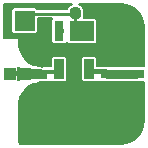
<source format=gbr>
G04 #@! TF.GenerationSoftware,KiCad,Pcbnew,(5.1.5-0-10_14)*
G04 #@! TF.CreationDate,2021-08-12T20:57:37-06:00*
G04 #@! TF.ProjectId,bias_T_launch,62696173-5f54-45f6-9c61-756e63682e6b,rev?*
G04 #@! TF.SameCoordinates,Original*
G04 #@! TF.FileFunction,Copper,L1,Top*
G04 #@! TF.FilePolarity,Positive*
%FSLAX46Y46*%
G04 Gerber Fmt 4.6, Leading zero omitted, Abs format (unit mm)*
G04 Created by KiCad (PCBNEW (5.1.5-0-10_14)) date 2021-08-12 20:57:37*
%MOMM*%
%LPD*%
G04 APERTURE LIST*
%ADD10C,0.600000*%
%ADD11C,0.100000*%
%ADD12R,2.057400X1.676400*%
%ADD13R,0.787400X1.676400*%
%ADD14R,0.787400X0.787400*%
%ADD15R,1.117600X1.117600*%
%ADD16R,1.700000X1.700000*%
%ADD17C,0.787400*%
%ADD18C,0.250000*%
%ADD19C,0.152400*%
G04 APERTURE END LIST*
D10*
X-2413000Y3175000D03*
X-2413000Y4191000D03*
X-2413000Y2032000D03*
X-2413000Y1143000D03*
X2413000Y3175000D03*
X2413000Y4191000D03*
X2413000Y1143000D03*
X2413000Y2032000D03*
X1143000Y-1143000D03*
X2159000Y-1143000D03*
X-1143000Y-1143000D03*
X-2286000Y-1143000D03*
X0Y-1143000D03*
X0Y1016000D03*
X0Y0D03*
X-1270000Y2032000D03*
X1270000Y2032000D03*
X0Y2032000D03*
G04 #@! TA.AperFunction,Conductor*
D11*
G36*
X1663700Y381000D02*
G01*
X2794000Y381000D01*
X2794000Y-381000D01*
X2298700Y-381000D01*
X2298700Y-25400D01*
X1663700Y-25400D01*
X1663700Y-406400D01*
X876300Y-406400D01*
X876300Y1270000D01*
X1663700Y1270000D01*
X1663700Y381000D01*
G37*
G04 #@! TD.AperFunction*
G04 #@! TA.AperFunction,Conductor*
G36*
X-876300Y-419100D02*
G01*
X-1663700Y-419100D01*
X-1663700Y-38100D01*
X-2298700Y-38100D01*
X-2298700Y-393700D01*
X-2794000Y-393700D01*
X-2794000Y368300D01*
X-1663700Y368300D01*
X-1663700Y1257300D01*
X-876300Y1257300D01*
X-876300Y-419100D01*
G37*
G04 #@! TD.AperFunction*
G04 #@! TA.AperFunction,Conductor*
G36*
X-2019300Y2374900D02*
G01*
X2019300Y2374900D01*
X2019300Y4483100D01*
X2705100Y4483100D01*
X2705100Y800100D01*
X2019300Y800100D01*
X2019300Y1689100D01*
X342900Y1689100D01*
X342900Y-825500D01*
X2628900Y-825500D01*
X2628900Y-1511300D01*
X-2705100Y-1511300D01*
X-2705100Y-825500D01*
X-342900Y-825500D01*
X-342900Y1689100D01*
X-2019300Y1689100D01*
X-2019300Y787400D01*
X-2705100Y787400D01*
X-2705100Y4483100D01*
X-2019300Y4483100D01*
X-2019300Y2374900D01*
G37*
G04 #@! TD.AperFunction*
D12*
X635000Y3644900D03*
D13*
X-1270000Y3644900D03*
G04 #@! TA.AperFunction,SMDPad,CuDef*
D11*
G36*
X352691Y5623947D02*
G01*
X373926Y5620797D01*
X394750Y5615581D01*
X414962Y5608349D01*
X434368Y5599170D01*
X452781Y5588134D01*
X470024Y5575346D01*
X485930Y5560930D01*
X500346Y5545024D01*
X513134Y5527781D01*
X524170Y5509368D01*
X533349Y5489962D01*
X540581Y5469750D01*
X545797Y5448926D01*
X548947Y5427691D01*
X550000Y5406250D01*
X550000Y4893750D01*
X548947Y4872309D01*
X545797Y4851074D01*
X540581Y4830250D01*
X533349Y4810038D01*
X524170Y4790632D01*
X513134Y4772219D01*
X500346Y4754976D01*
X485930Y4739070D01*
X470024Y4724654D01*
X452781Y4711866D01*
X434368Y4700830D01*
X414962Y4691651D01*
X394750Y4684419D01*
X373926Y4679203D01*
X352691Y4676053D01*
X331250Y4675000D01*
X-106250Y4675000D01*
X-127691Y4676053D01*
X-148926Y4679203D01*
X-169750Y4684419D01*
X-189962Y4691651D01*
X-209368Y4700830D01*
X-227781Y4711866D01*
X-245024Y4724654D01*
X-260930Y4739070D01*
X-275346Y4754976D01*
X-288134Y4772219D01*
X-299170Y4790632D01*
X-308349Y4810038D01*
X-315581Y4830250D01*
X-320797Y4851074D01*
X-323947Y4872309D01*
X-325000Y4893750D01*
X-325000Y5406250D01*
X-323947Y5427691D01*
X-320797Y5448926D01*
X-315581Y5469750D01*
X-308349Y5489962D01*
X-299170Y5509368D01*
X-288134Y5527781D01*
X-275346Y5545024D01*
X-260930Y5560930D01*
X-245024Y5575346D01*
X-227781Y5588134D01*
X-209368Y5599170D01*
X-189962Y5608349D01*
X-169750Y5615581D01*
X-148926Y5620797D01*
X-127691Y5623947D01*
X-106250Y5625000D01*
X331250Y5625000D01*
X352691Y5623947D01*
G37*
G04 #@! TD.AperFunction*
G04 #@! TA.AperFunction,SMDPad,CuDef*
G36*
X1927691Y5623947D02*
G01*
X1948926Y5620797D01*
X1969750Y5615581D01*
X1989962Y5608349D01*
X2009368Y5599170D01*
X2027781Y5588134D01*
X2045024Y5575346D01*
X2060930Y5560930D01*
X2075346Y5545024D01*
X2088134Y5527781D01*
X2099170Y5509368D01*
X2108349Y5489962D01*
X2115581Y5469750D01*
X2120797Y5448926D01*
X2123947Y5427691D01*
X2125000Y5406250D01*
X2125000Y4893750D01*
X2123947Y4872309D01*
X2120797Y4851074D01*
X2115581Y4830250D01*
X2108349Y4810038D01*
X2099170Y4790632D01*
X2088134Y4772219D01*
X2075346Y4754976D01*
X2060930Y4739070D01*
X2045024Y4724654D01*
X2027781Y4711866D01*
X2009368Y4700830D01*
X1989962Y4691651D01*
X1969750Y4684419D01*
X1948926Y4679203D01*
X1927691Y4676053D01*
X1906250Y4675000D01*
X1468750Y4675000D01*
X1447309Y4676053D01*
X1426074Y4679203D01*
X1405250Y4684419D01*
X1385038Y4691651D01*
X1365632Y4700830D01*
X1347219Y4711866D01*
X1329976Y4724654D01*
X1314070Y4739070D01*
X1299654Y4754976D01*
X1286866Y4772219D01*
X1275830Y4790632D01*
X1266651Y4810038D01*
X1259419Y4830250D01*
X1254203Y4851074D01*
X1251053Y4872309D01*
X1250000Y4893750D01*
X1250000Y5406250D01*
X1251053Y5427691D01*
X1254203Y5448926D01*
X1259419Y5469750D01*
X1266651Y5489962D01*
X1275830Y5509368D01*
X1286866Y5527781D01*
X1299654Y5545024D01*
X1314070Y5560930D01*
X1329976Y5575346D01*
X1347219Y5588134D01*
X1365632Y5599170D01*
X1385038Y5608349D01*
X1405250Y5615581D01*
X1426074Y5620797D01*
X1447309Y5623947D01*
X1468750Y5625000D01*
X1906250Y5625000D01*
X1927691Y5623947D01*
G37*
G04 #@! TD.AperFunction*
D14*
X5600000Y0D03*
X5600000Y-1206500D03*
X5600000Y1206500D03*
G04 #@! TA.AperFunction,Conductor*
D11*
G36*
X-4623000Y538316D02*
G01*
X-2750000Y383700D01*
X-2750000Y-403700D01*
X-4623000Y-558316D01*
X-4623000Y-568800D01*
X-4877000Y-568800D01*
X-4877000Y548800D01*
X-4623000Y548800D01*
X-4623000Y538316D01*
G37*
G04 #@! TD.AperFunction*
D15*
X-5400000Y0D03*
D16*
X-4200000Y4500000D03*
D10*
X3300000Y-1500000D03*
X4200000Y-1500000D03*
X5100000Y-1500000D03*
X4200000Y1500000D03*
X3300000Y1500000D03*
X5100000Y1500000D03*
X-3900000Y1800000D03*
X-4300000Y2500000D03*
X-3100000Y-1300000D03*
X-3800000Y-1800000D03*
X-4200000Y-2500000D03*
X-4300000Y-3300000D03*
X-4300000Y-4100000D03*
X-4300000Y-4900000D03*
X-3200000Y1300000D03*
D17*
X-1270000Y3644900D02*
X-1270000Y3730000D01*
D18*
X-1270000Y419100D02*
X-1330900Y419100D01*
X-1330900Y419100D02*
X-1600000Y150000D01*
X-5350000Y150000D02*
X-5350000Y50000D01*
X-5350000Y50000D02*
X-5400000Y0D01*
X-1600000Y150000D02*
X-5350000Y150000D01*
X-5400000Y0D02*
X-4000000Y0D01*
X1270000Y431800D02*
X1318200Y431800D01*
X1318200Y431800D02*
X1500000Y250000D01*
X1500000Y250000D02*
X2500000Y250000D01*
X2500000Y250000D02*
X2750000Y0D01*
D17*
X2750000Y0D02*
X5250000Y0D01*
D18*
X-3600000Y5100000D02*
X-4200000Y4500000D01*
X635000Y3644900D02*
X144900Y3644900D01*
X144900Y3644900D02*
X100000Y3689800D01*
X100000Y3689800D02*
X100000Y4006122D01*
X100000Y4006122D02*
X100000Y5100000D01*
X100000Y5100000D02*
X-3700000Y5100000D01*
X0Y2032000D02*
X-2268000Y2032000D01*
X-2268000Y2032000D02*
X-2400000Y1900000D01*
X-2400000Y1900000D02*
X-2400000Y900000D01*
X-4700000Y3100000D02*
X-5697590Y3100000D01*
X-2700000Y900000D02*
X-2400000Y900000D01*
X-2690000Y710000D02*
X-2886034Y719630D01*
X-2886034Y719630D02*
X-3080180Y748429D01*
X-3080180Y748429D02*
X-3270569Y796119D01*
X-3270569Y796119D02*
X-3455366Y862240D01*
X-3455366Y862240D02*
X-3632793Y946157D01*
X-3632793Y946157D02*
X-3801140Y1047060D01*
X-3801140Y1047060D02*
X-3958786Y1163979D01*
X-3958786Y1163979D02*
X-4104213Y1295786D01*
X-4104213Y1295786D02*
X-4236020Y1441213D01*
X-4236020Y1441213D02*
X-4352939Y1598859D01*
X-4352939Y1598859D02*
X-4453842Y1767206D01*
X-4453842Y1767206D02*
X-4537759Y1944633D01*
X-4537759Y1944633D02*
X-4603880Y2129430D01*
X-4603880Y2129430D02*
X-4651570Y2319819D01*
X-4651570Y2319819D02*
X-4680369Y2513965D01*
X-4680369Y2513965D02*
X-4690000Y2710000D01*
X-4690000Y2710000D02*
X-4690000Y2910000D01*
X0Y2032000D02*
X0Y-1000000D01*
X0Y-1000000D02*
X-50000Y-950000D01*
X-50000Y-950000D02*
X-380000Y-950000D01*
X-2670000Y-950000D02*
X-380000Y-950000D01*
X-2700000Y-730000D02*
X-2896034Y-739630D01*
X-2896034Y-739630D02*
X-3090180Y-768429D01*
X-3090180Y-768429D02*
X-3280569Y-816119D01*
X-3280569Y-816119D02*
X-3465366Y-882240D01*
X-3465366Y-882240D02*
X-3642793Y-966157D01*
X-3642793Y-966157D02*
X-3811140Y-1067060D01*
X-3811140Y-1067060D02*
X-3968786Y-1183979D01*
X-3968786Y-1183979D02*
X-4114213Y-1315786D01*
X-4114213Y-1315786D02*
X-4246020Y-1461213D01*
X-4246020Y-1461213D02*
X-4362939Y-1618859D01*
X-4362939Y-1618859D02*
X-4463842Y-1787206D01*
X-4463842Y-1787206D02*
X-4547759Y-1964633D01*
X-4547759Y-1964633D02*
X-4613880Y-2149430D01*
X-4613880Y-2149430D02*
X-4661570Y-2339819D01*
X-4661570Y-2339819D02*
X-4690369Y-2533965D01*
X-4690369Y-2533965D02*
X-4700000Y-2730000D01*
X-4700000Y-2730000D02*
X-4700000Y-5800000D01*
D19*
G36*
X-521570Y5683758D02*
G01*
X-567729Y5597401D01*
X-595940Y5504400D01*
X-3115721Y5504400D01*
X-3116564Y5505977D01*
X-3151479Y5548521D01*
X-3194023Y5583436D01*
X-3242561Y5609380D01*
X-3295228Y5625356D01*
X-3350000Y5630751D01*
X-5050000Y5630751D01*
X-5104772Y5625356D01*
X-5157439Y5609380D01*
X-5205977Y5583436D01*
X-5248521Y5548521D01*
X-5283436Y5505977D01*
X-5309380Y5457439D01*
X-5325356Y5404772D01*
X-5330751Y5350000D01*
X-5330751Y3650000D01*
X-5325356Y3595228D01*
X-5309380Y3542561D01*
X-5283436Y3494023D01*
X-5248521Y3451479D01*
X-5205977Y3416564D01*
X-5157439Y3390620D01*
X-5104772Y3374644D01*
X-5050000Y3369249D01*
X-3350000Y3369249D01*
X-3295228Y3374644D01*
X-3242561Y3390620D01*
X-3194023Y3416564D01*
X-3151479Y3451479D01*
X-3116564Y3494023D01*
X-3090620Y3542561D01*
X-3074644Y3595228D01*
X-3069249Y3650000D01*
X-3069249Y4695600D01*
X-1845188Y4695600D01*
X-1862221Y4681621D01*
X-1897136Y4639077D01*
X-1923080Y4590539D01*
X-1939056Y4537872D01*
X-1944451Y4483100D01*
X-1944451Y2806700D01*
X-1939056Y2751928D01*
X-1923080Y2699261D01*
X-1897136Y2650723D01*
X-1862221Y2608179D01*
X-1819677Y2573264D01*
X-1771139Y2547320D01*
X-1718472Y2531344D01*
X-1663700Y2525949D01*
X-876300Y2525949D01*
X-821528Y2531344D01*
X-768861Y2547320D01*
X-720323Y2573264D01*
X-677779Y2608179D01*
X-642864Y2650723D01*
X-635000Y2665436D01*
X-627136Y2650723D01*
X-592221Y2608179D01*
X-549677Y2573264D01*
X-501139Y2547320D01*
X-448472Y2531344D01*
X-393700Y2525949D01*
X1663700Y2525949D01*
X1718472Y2531344D01*
X1771139Y2547320D01*
X1819677Y2573264D01*
X1862221Y2608179D01*
X1897136Y2650723D01*
X1923080Y2699261D01*
X1939056Y2751928D01*
X1944451Y2806700D01*
X1944451Y4483100D01*
X1939056Y4537872D01*
X1923080Y4590539D01*
X1897136Y4639077D01*
X1862221Y4681621D01*
X1819677Y4716536D01*
X1771139Y4742480D01*
X1718472Y4758456D01*
X1663700Y4763851D01*
X811309Y4763851D01*
X821153Y4796302D01*
X830751Y4893750D01*
X830751Y5406250D01*
X821153Y5503698D01*
X792729Y5597401D01*
X746570Y5683758D01*
X736852Y5695600D01*
X3985115Y5695600D01*
X4329060Y5661876D01*
X4645586Y5566311D01*
X4937523Y5411085D01*
X5193750Y5202111D01*
X5404506Y4947352D01*
X5561765Y4656506D01*
X5659538Y4340652D01*
X5695600Y3997549D01*
X5695600Y674451D01*
X5206300Y674451D01*
X5192584Y673100D01*
X2716941Y673100D01*
X2618049Y663360D01*
X2612748Y661752D01*
X1944452Y661752D01*
X1944452Y1270000D01*
X1939057Y1324772D01*
X1923081Y1377439D01*
X1897137Y1425977D01*
X1862222Y1468522D01*
X1819677Y1503437D01*
X1771139Y1529381D01*
X1718472Y1545357D01*
X1663700Y1550752D01*
X876300Y1550752D01*
X821528Y1545357D01*
X768861Y1529381D01*
X720323Y1503437D01*
X677778Y1468522D01*
X642863Y1425977D01*
X616919Y1377439D01*
X600943Y1324772D01*
X595548Y1270000D01*
X595548Y-406400D01*
X600943Y-461172D01*
X616919Y-513839D01*
X642863Y-562377D01*
X677778Y-604922D01*
X720323Y-639837D01*
X768861Y-665781D01*
X821528Y-681757D01*
X876300Y-687152D01*
X1663700Y-687152D01*
X1718472Y-681757D01*
X1736791Y-676200D01*
X2300000Y-676200D01*
X2314866Y-674736D01*
X2329160Y-670400D01*
X2342334Y-663358D01*
X2344291Y-661752D01*
X2612748Y-661752D01*
X2618049Y-663360D01*
X2716941Y-673100D01*
X5192584Y-673100D01*
X5206300Y-674451D01*
X5695601Y-674451D01*
X5695601Y-3985104D01*
X5661876Y-4329060D01*
X5566311Y-4645587D01*
X5411085Y-4937523D01*
X5202111Y-5193750D01*
X4947352Y-5404506D01*
X4656508Y-5561764D01*
X4340652Y-5659538D01*
X3997548Y-5695600D01*
X-4532841Y-5695600D01*
X-4633191Y-2329302D01*
X-4044785Y-1306826D01*
X-2914597Y-698994D01*
X-2778925Y-687794D01*
X-1260924Y-706194D01*
X-1246041Y-704911D01*
X-1231695Y-700748D01*
X-1229969Y-699852D01*
X-876300Y-699852D01*
X-821528Y-694457D01*
X-768861Y-678481D01*
X-720323Y-652537D01*
X-677778Y-617622D01*
X-642863Y-575077D01*
X-616919Y-526539D01*
X-600943Y-473872D01*
X-595548Y-419100D01*
X-595548Y1257300D01*
X-600943Y1312072D01*
X-616919Y1364739D01*
X-642863Y1413277D01*
X-677778Y1455822D01*
X-720323Y1490737D01*
X-768861Y1516681D01*
X-821528Y1532657D01*
X-876300Y1538052D01*
X-1663700Y1538052D01*
X-1718472Y1532657D01*
X-1771139Y1516681D01*
X-1819677Y1490737D01*
X-1862222Y1455822D01*
X-1897137Y1413277D01*
X-1923081Y1364739D01*
X-1939057Y1312072D01*
X-1944452Y1257300D01*
X-1944452Y820120D01*
X-3365128Y875291D01*
X-4216731Y1517722D01*
X-4525545Y2318708D01*
X-4624388Y3109451D01*
X-4627685Y3124021D01*
X-4633761Y3137667D01*
X-4642382Y3149866D01*
X-4653218Y3160149D01*
X-4665851Y3168120D01*
X-4679797Y3173473D01*
X-4700000Y3176200D01*
X-5695600Y3176200D01*
X-5695600Y5695600D01*
X-511852Y5695600D01*
X-521570Y5683758D01*
G37*
X-521570Y5683758D02*
X-567729Y5597401D01*
X-595940Y5504400D01*
X-3115721Y5504400D01*
X-3116564Y5505977D01*
X-3151479Y5548521D01*
X-3194023Y5583436D01*
X-3242561Y5609380D01*
X-3295228Y5625356D01*
X-3350000Y5630751D01*
X-5050000Y5630751D01*
X-5104772Y5625356D01*
X-5157439Y5609380D01*
X-5205977Y5583436D01*
X-5248521Y5548521D01*
X-5283436Y5505977D01*
X-5309380Y5457439D01*
X-5325356Y5404772D01*
X-5330751Y5350000D01*
X-5330751Y3650000D01*
X-5325356Y3595228D01*
X-5309380Y3542561D01*
X-5283436Y3494023D01*
X-5248521Y3451479D01*
X-5205977Y3416564D01*
X-5157439Y3390620D01*
X-5104772Y3374644D01*
X-5050000Y3369249D01*
X-3350000Y3369249D01*
X-3295228Y3374644D01*
X-3242561Y3390620D01*
X-3194023Y3416564D01*
X-3151479Y3451479D01*
X-3116564Y3494023D01*
X-3090620Y3542561D01*
X-3074644Y3595228D01*
X-3069249Y3650000D01*
X-3069249Y4695600D01*
X-1845188Y4695600D01*
X-1862221Y4681621D01*
X-1897136Y4639077D01*
X-1923080Y4590539D01*
X-1939056Y4537872D01*
X-1944451Y4483100D01*
X-1944451Y2806700D01*
X-1939056Y2751928D01*
X-1923080Y2699261D01*
X-1897136Y2650723D01*
X-1862221Y2608179D01*
X-1819677Y2573264D01*
X-1771139Y2547320D01*
X-1718472Y2531344D01*
X-1663700Y2525949D01*
X-876300Y2525949D01*
X-821528Y2531344D01*
X-768861Y2547320D01*
X-720323Y2573264D01*
X-677779Y2608179D01*
X-642864Y2650723D01*
X-635000Y2665436D01*
X-627136Y2650723D01*
X-592221Y2608179D01*
X-549677Y2573264D01*
X-501139Y2547320D01*
X-448472Y2531344D01*
X-393700Y2525949D01*
X1663700Y2525949D01*
X1718472Y2531344D01*
X1771139Y2547320D01*
X1819677Y2573264D01*
X1862221Y2608179D01*
X1897136Y2650723D01*
X1923080Y2699261D01*
X1939056Y2751928D01*
X1944451Y2806700D01*
X1944451Y4483100D01*
X1939056Y4537872D01*
X1923080Y4590539D01*
X1897136Y4639077D01*
X1862221Y4681621D01*
X1819677Y4716536D01*
X1771139Y4742480D01*
X1718472Y4758456D01*
X1663700Y4763851D01*
X811309Y4763851D01*
X821153Y4796302D01*
X830751Y4893750D01*
X830751Y5406250D01*
X821153Y5503698D01*
X792729Y5597401D01*
X746570Y5683758D01*
X736852Y5695600D01*
X3985115Y5695600D01*
X4329060Y5661876D01*
X4645586Y5566311D01*
X4937523Y5411085D01*
X5193750Y5202111D01*
X5404506Y4947352D01*
X5561765Y4656506D01*
X5659538Y4340652D01*
X5695600Y3997549D01*
X5695600Y674451D01*
X5206300Y674451D01*
X5192584Y673100D01*
X2716941Y673100D01*
X2618049Y663360D01*
X2612748Y661752D01*
X1944452Y661752D01*
X1944452Y1270000D01*
X1939057Y1324772D01*
X1923081Y1377439D01*
X1897137Y1425977D01*
X1862222Y1468522D01*
X1819677Y1503437D01*
X1771139Y1529381D01*
X1718472Y1545357D01*
X1663700Y1550752D01*
X876300Y1550752D01*
X821528Y1545357D01*
X768861Y1529381D01*
X720323Y1503437D01*
X677778Y1468522D01*
X642863Y1425977D01*
X616919Y1377439D01*
X600943Y1324772D01*
X595548Y1270000D01*
X595548Y-406400D01*
X600943Y-461172D01*
X616919Y-513839D01*
X642863Y-562377D01*
X677778Y-604922D01*
X720323Y-639837D01*
X768861Y-665781D01*
X821528Y-681757D01*
X876300Y-687152D01*
X1663700Y-687152D01*
X1718472Y-681757D01*
X1736791Y-676200D01*
X2300000Y-676200D01*
X2314866Y-674736D01*
X2329160Y-670400D01*
X2342334Y-663358D01*
X2344291Y-661752D01*
X2612748Y-661752D01*
X2618049Y-663360D01*
X2716941Y-673100D01*
X5192584Y-673100D01*
X5206300Y-674451D01*
X5695601Y-674451D01*
X5695601Y-3985104D01*
X5661876Y-4329060D01*
X5566311Y-4645587D01*
X5411085Y-4937523D01*
X5202111Y-5193750D01*
X4947352Y-5404506D01*
X4656508Y-5561764D01*
X4340652Y-5659538D01*
X3997548Y-5695600D01*
X-4532841Y-5695600D01*
X-4633191Y-2329302D01*
X-4044785Y-1306826D01*
X-2914597Y-698994D01*
X-2778925Y-687794D01*
X-1260924Y-706194D01*
X-1246041Y-704911D01*
X-1231695Y-700748D01*
X-1229969Y-699852D01*
X-876300Y-699852D01*
X-821528Y-694457D01*
X-768861Y-678481D01*
X-720323Y-652537D01*
X-677778Y-617622D01*
X-642863Y-575077D01*
X-616919Y-526539D01*
X-600943Y-473872D01*
X-595548Y-419100D01*
X-595548Y1257300D01*
X-600943Y1312072D01*
X-616919Y1364739D01*
X-642863Y1413277D01*
X-677778Y1455822D01*
X-720323Y1490737D01*
X-768861Y1516681D01*
X-821528Y1532657D01*
X-876300Y1538052D01*
X-1663700Y1538052D01*
X-1718472Y1532657D01*
X-1771139Y1516681D01*
X-1819677Y1490737D01*
X-1862222Y1455822D01*
X-1897137Y1413277D01*
X-1923081Y1364739D01*
X-1939057Y1312072D01*
X-1944452Y1257300D01*
X-1944452Y820120D01*
X-3365128Y875291D01*
X-4216731Y1517722D01*
X-4525545Y2318708D01*
X-4624388Y3109451D01*
X-4627685Y3124021D01*
X-4633761Y3137667D01*
X-4642382Y3149866D01*
X-4653218Y3160149D01*
X-4665851Y3168120D01*
X-4679797Y3173473D01*
X-4700000Y3176200D01*
X-5695600Y3176200D01*
X-5695600Y5695600D01*
X-511852Y5695600D01*
X-521570Y5683758D01*
G36*
X-203698Y5896153D02*
G01*
X-297401Y5867729D01*
X-383758Y5821570D01*
X-459451Y5759451D01*
X-521570Y5683758D01*
X-567729Y5597401D01*
X-595940Y5504400D01*
X-3115721Y5504400D01*
X-3116564Y5505977D01*
X-3151479Y5548521D01*
X-3194023Y5583436D01*
X-3242561Y5609380D01*
X-3295228Y5625356D01*
X-3350000Y5630751D01*
X-5050000Y5630751D01*
X-5104772Y5625356D01*
X-5157439Y5609380D01*
X-5205977Y5583436D01*
X-5248521Y5548521D01*
X-5283436Y5505977D01*
X-5309380Y5457439D01*
X-5325356Y5404772D01*
X-5330751Y5350000D01*
X-5330751Y3650000D01*
X-5325356Y3595228D01*
X-5309380Y3542561D01*
X-5283436Y3494023D01*
X-5248521Y3451479D01*
X-5205977Y3416564D01*
X-5157439Y3390620D01*
X-5104772Y3374644D01*
X-5050000Y3369249D01*
X-3350000Y3369249D01*
X-3295228Y3374644D01*
X-3242561Y3390620D01*
X-3194023Y3416564D01*
X-3151479Y3451479D01*
X-3116564Y3494023D01*
X-3090620Y3542561D01*
X-3074644Y3595228D01*
X-3069249Y3650000D01*
X-3069249Y4695600D01*
X-1845188Y4695600D01*
X-1862221Y4681621D01*
X-1897136Y4639077D01*
X-1923080Y4590539D01*
X-1939056Y4537872D01*
X-1944451Y4483100D01*
X-1944451Y2806700D01*
X-1939056Y2751928D01*
X-1923080Y2699261D01*
X-1897136Y2650723D01*
X-1862221Y2608179D01*
X-1819677Y2573264D01*
X-1771139Y2547320D01*
X-1718472Y2531344D01*
X-1663700Y2525949D01*
X-876300Y2525949D01*
X-821528Y2531344D01*
X-768861Y2547320D01*
X-720323Y2573264D01*
X-677779Y2608179D01*
X-642864Y2650723D01*
X-635000Y2665436D01*
X-627136Y2650723D01*
X-592221Y2608179D01*
X-549677Y2573264D01*
X-501139Y2547320D01*
X-448472Y2531344D01*
X-393700Y2525949D01*
X1663700Y2525949D01*
X1718472Y2531344D01*
X1771139Y2547320D01*
X1819677Y2573264D01*
X1862221Y2608179D01*
X1897136Y2650723D01*
X1923080Y2699261D01*
X1939056Y2751928D01*
X1944451Y2806700D01*
X1944451Y4483100D01*
X1939056Y4537872D01*
X1923080Y4590539D01*
X1897136Y4639077D01*
X1862221Y4681621D01*
X1819677Y4716536D01*
X1771139Y4742480D01*
X1718472Y4758456D01*
X1663700Y4763851D01*
X811309Y4763851D01*
X821153Y4796302D01*
X830751Y4893750D01*
X830751Y5406250D01*
X821153Y5503698D01*
X792729Y5597401D01*
X746570Y5683758D01*
X684451Y5759451D01*
X608758Y5821570D01*
X522401Y5867729D01*
X428698Y5896153D01*
X401823Y5898800D01*
X3995051Y5898800D01*
X4368717Y5862161D01*
X4723393Y5755079D01*
X5050513Y5581145D01*
X5337618Y5346987D01*
X5573775Y5061523D01*
X5749986Y4735628D01*
X5859541Y4381713D01*
X5898770Y4008475D01*
X5898800Y3999930D01*
X5898800Y676200D01*
X1944452Y676200D01*
X1944452Y1270000D01*
X1939057Y1324772D01*
X1923081Y1377439D01*
X1897137Y1425977D01*
X1862222Y1468522D01*
X1819677Y1503437D01*
X1771139Y1529381D01*
X1718472Y1545357D01*
X1663700Y1550752D01*
X876300Y1550752D01*
X821528Y1545357D01*
X768861Y1529381D01*
X720323Y1503437D01*
X677778Y1468522D01*
X642863Y1425977D01*
X616919Y1377439D01*
X600943Y1324772D01*
X595548Y1270000D01*
X595548Y676200D01*
X-595548Y676200D01*
X-595548Y1257300D01*
X-600943Y1312072D01*
X-616919Y1364739D01*
X-642863Y1413277D01*
X-677778Y1455822D01*
X-720323Y1490737D01*
X-768861Y1516681D01*
X-821528Y1532657D01*
X-876300Y1538052D01*
X-1663700Y1538052D01*
X-1718472Y1532657D01*
X-1771139Y1516681D01*
X-1819677Y1490737D01*
X-1862222Y1455822D01*
X-1897137Y1413277D01*
X-1923081Y1364739D01*
X-1939057Y1312072D01*
X-1944452Y1257300D01*
X-1944452Y676200D01*
X-2880749Y676200D01*
X-2951638Y682052D01*
X-3929662Y3029308D01*
X-3936731Y3042467D01*
X-3946231Y3053994D01*
X-3957798Y3063446D01*
X-3970987Y3070460D01*
X-3985291Y3074767D01*
X-4000000Y3076200D01*
X-5898800Y3076200D01*
X-5898800Y5898800D01*
X-176823Y5898800D01*
X-203698Y5896153D01*
G37*
X-203698Y5896153D02*
X-297401Y5867729D01*
X-383758Y5821570D01*
X-459451Y5759451D01*
X-521570Y5683758D01*
X-567729Y5597401D01*
X-595940Y5504400D01*
X-3115721Y5504400D01*
X-3116564Y5505977D01*
X-3151479Y5548521D01*
X-3194023Y5583436D01*
X-3242561Y5609380D01*
X-3295228Y5625356D01*
X-3350000Y5630751D01*
X-5050000Y5630751D01*
X-5104772Y5625356D01*
X-5157439Y5609380D01*
X-5205977Y5583436D01*
X-5248521Y5548521D01*
X-5283436Y5505977D01*
X-5309380Y5457439D01*
X-5325356Y5404772D01*
X-5330751Y5350000D01*
X-5330751Y3650000D01*
X-5325356Y3595228D01*
X-5309380Y3542561D01*
X-5283436Y3494023D01*
X-5248521Y3451479D01*
X-5205977Y3416564D01*
X-5157439Y3390620D01*
X-5104772Y3374644D01*
X-5050000Y3369249D01*
X-3350000Y3369249D01*
X-3295228Y3374644D01*
X-3242561Y3390620D01*
X-3194023Y3416564D01*
X-3151479Y3451479D01*
X-3116564Y3494023D01*
X-3090620Y3542561D01*
X-3074644Y3595228D01*
X-3069249Y3650000D01*
X-3069249Y4695600D01*
X-1845188Y4695600D01*
X-1862221Y4681621D01*
X-1897136Y4639077D01*
X-1923080Y4590539D01*
X-1939056Y4537872D01*
X-1944451Y4483100D01*
X-1944451Y2806700D01*
X-1939056Y2751928D01*
X-1923080Y2699261D01*
X-1897136Y2650723D01*
X-1862221Y2608179D01*
X-1819677Y2573264D01*
X-1771139Y2547320D01*
X-1718472Y2531344D01*
X-1663700Y2525949D01*
X-876300Y2525949D01*
X-821528Y2531344D01*
X-768861Y2547320D01*
X-720323Y2573264D01*
X-677779Y2608179D01*
X-642864Y2650723D01*
X-635000Y2665436D01*
X-627136Y2650723D01*
X-592221Y2608179D01*
X-549677Y2573264D01*
X-501139Y2547320D01*
X-448472Y2531344D01*
X-393700Y2525949D01*
X1663700Y2525949D01*
X1718472Y2531344D01*
X1771139Y2547320D01*
X1819677Y2573264D01*
X1862221Y2608179D01*
X1897136Y2650723D01*
X1923080Y2699261D01*
X1939056Y2751928D01*
X1944451Y2806700D01*
X1944451Y4483100D01*
X1939056Y4537872D01*
X1923080Y4590539D01*
X1897136Y4639077D01*
X1862221Y4681621D01*
X1819677Y4716536D01*
X1771139Y4742480D01*
X1718472Y4758456D01*
X1663700Y4763851D01*
X811309Y4763851D01*
X821153Y4796302D01*
X830751Y4893750D01*
X830751Y5406250D01*
X821153Y5503698D01*
X792729Y5597401D01*
X746570Y5683758D01*
X684451Y5759451D01*
X608758Y5821570D01*
X522401Y5867729D01*
X428698Y5896153D01*
X401823Y5898800D01*
X3995051Y5898800D01*
X4368717Y5862161D01*
X4723393Y5755079D01*
X5050513Y5581145D01*
X5337618Y5346987D01*
X5573775Y5061523D01*
X5749986Y4735628D01*
X5859541Y4381713D01*
X5898770Y4008475D01*
X5898800Y3999930D01*
X5898800Y676200D01*
X1944452Y676200D01*
X1944452Y1270000D01*
X1939057Y1324772D01*
X1923081Y1377439D01*
X1897137Y1425977D01*
X1862222Y1468522D01*
X1819677Y1503437D01*
X1771139Y1529381D01*
X1718472Y1545357D01*
X1663700Y1550752D01*
X876300Y1550752D01*
X821528Y1545357D01*
X768861Y1529381D01*
X720323Y1503437D01*
X677778Y1468522D01*
X642863Y1425977D01*
X616919Y1377439D01*
X600943Y1324772D01*
X595548Y1270000D01*
X595548Y676200D01*
X-595548Y676200D01*
X-595548Y1257300D01*
X-600943Y1312072D01*
X-616919Y1364739D01*
X-642863Y1413277D01*
X-677778Y1455822D01*
X-720323Y1490737D01*
X-768861Y1516681D01*
X-821528Y1532657D01*
X-876300Y1538052D01*
X-1663700Y1538052D01*
X-1718472Y1532657D01*
X-1771139Y1516681D01*
X-1819677Y1490737D01*
X-1862222Y1455822D01*
X-1897137Y1413277D01*
X-1923081Y1364739D01*
X-1939057Y1312072D01*
X-1944452Y1257300D01*
X-1944452Y676200D01*
X-2880749Y676200D01*
X-2951638Y682052D01*
X-3929662Y3029308D01*
X-3936731Y3042467D01*
X-3946231Y3053994D01*
X-3957798Y3063446D01*
X-3970987Y3070460D01*
X-3985291Y3074767D01*
X-4000000Y3076200D01*
X-5898800Y3076200D01*
X-5898800Y5898800D01*
X-176823Y5898800D01*
X-203698Y5896153D01*
G36*
X5898801Y-3995040D02*
G01*
X5862161Y-4368717D01*
X5755078Y-4723395D01*
X5581147Y-5050510D01*
X5346992Y-5337614D01*
X5061526Y-5573772D01*
X4735628Y-5749986D01*
X4381712Y-5859541D01*
X4008475Y-5898770D01*
X3999930Y-5898800D01*
X-4623800Y-5898800D01*
X-4623800Y-4119902D01*
X-2754877Y-786094D01*
X5898801Y-687757D01*
X5898801Y-3995040D01*
G37*
X5898801Y-3995040D02*
X5862161Y-4368717D01*
X5755078Y-4723395D01*
X5581147Y-5050510D01*
X5346992Y-5337614D01*
X5061526Y-5573772D01*
X4735628Y-5749986D01*
X4381712Y-5859541D01*
X4008475Y-5898770D01*
X3999930Y-5898800D01*
X-4623800Y-5898800D01*
X-4623800Y-4119902D01*
X-2754877Y-786094D01*
X5898801Y-687757D01*
X5898801Y-3995040D01*
M02*

</source>
